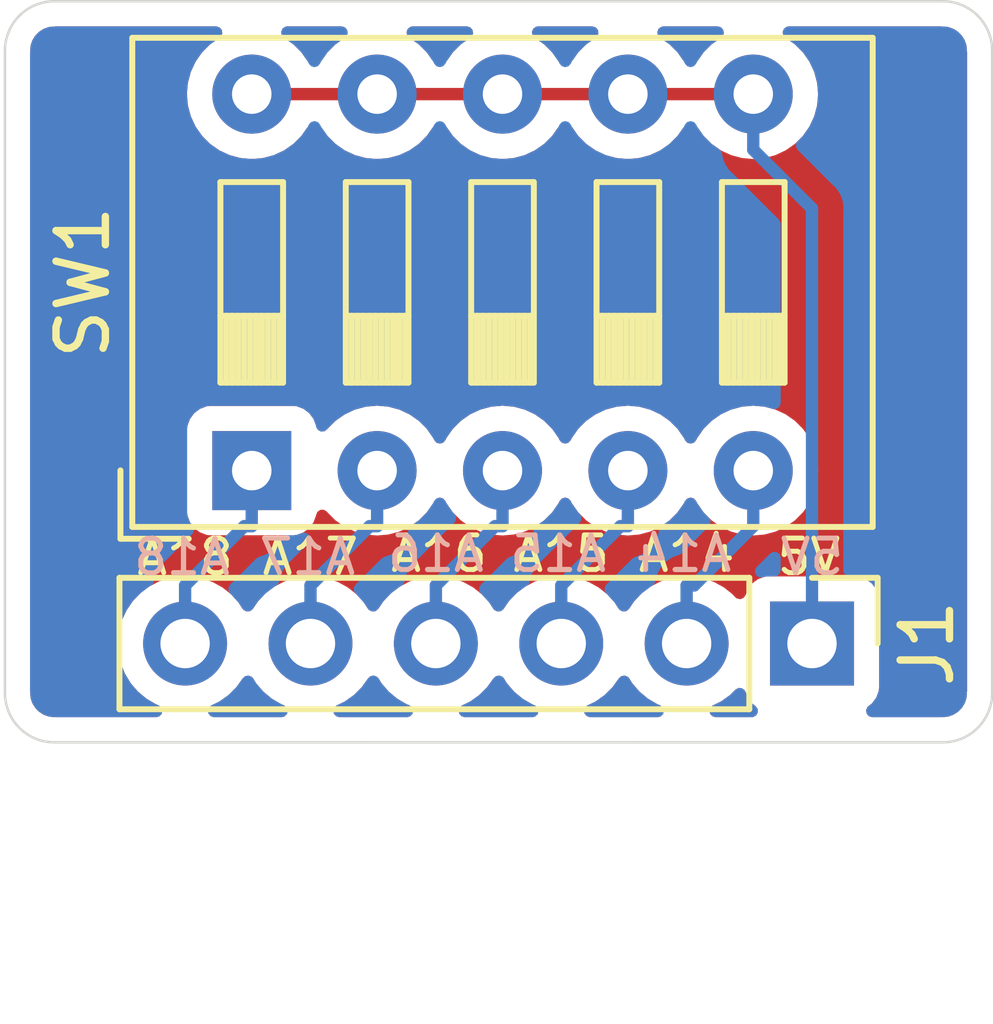
<source format=kicad_pcb>
(kicad_pcb (version 20211014) (generator pcbnew)
  (title_block (title "DIP switch plate") (date "2023-08-06"))
  (layers (0 "F.Cu" signal) (31 "B.Cu" signal) (34 "B.Paste" user) (35 "F.Paste" user) (36 "B.SilkS" user "B.Silkscreen") (37 "F.SilkS" user "F.Silkscreen") (38 "B.Mask" user) (39 "F.Mask" user) (44 "Edge.Cuts" user))
  (net 0 "")
  (net 1 "Net-(J1-Pad6)")
  (net 2 "Net-(J1-Pad5)")
  (net 3 "Net-(J1-Pad4)")
  (net 4 "Net-(J1-Pad3)")
  (net 5 "Net-(J1-Pad2)")
  (net 6 "VCC")
  (footprint "Connector_PinHeader_2.54mm:PinHeader_1x06_P2.54mm_Vertical" (layer "F.Cu") (at 35.376 30.99435 -90)
    (fp_text reference "J1" (at 0 -2.33 90) (layer "F.SilkS"))
    (fp_text value "Conn_01x06_Female")
    (fp_line (start -1.33 14.03) (end 1.33 14.03) (layer "F.SilkS") (width 0.12))
    (fp_line (start 1.33 1.27) (end 1.33 14.03) (layer "F.SilkS") (width 0.12))
    (fp_line (start -1.33 0) (end -1.33 -1.33) (layer "F.SilkS") (width 0.12))
    (fp_line (start -1.33 -1.33) (end 0 -1.33) (layer "F.SilkS") (width 0.12))
    (fp_line (start -1.33 1.27) (end -1.33 14.03) (layer "F.SilkS") (width 0.12))
    (fp_line (start -1.33 1.27) (end 1.33 1.27) (layer "F.SilkS") (width 0.12))
    (pad "1" thru_hole rect locked (at 0 0 270) (size 1.7 1.7) (drill 1) (layers *.Cu *.Mask) (net 6 "VCC"))
    (pad "2" thru_hole oval locked (at 0 2.54 270) (size 1.7 1.7) (drill 1) (layers *.Cu *.Mask) (net 5 "Net-(J1-Pad2)"))
    (pad "3" thru_hole oval locked (at 0 5.08 270) (size 1.7 1.7) (drill 1) (layers *.Cu *.Mask) (net 4 "Net-(J1-Pad3)"))
    (pad "4" thru_hole oval locked (at 0 7.62 270) (size 1.7 1.7) (drill 1) (layers *.Cu *.Mask) (net 3 "Net-(J1-Pad4)"))
    (pad "5" thru_hole oval locked (at 0 10.16 270) (size 1.7 1.7) (drill 1) (layers *.Cu *.Mask) (net 2 "Net-(J1-Pad5)"))
    (pad "6" thru_hole oval locked (at 0 12.7 270) (size 1.7 1.7) (drill 1) (layers *.Cu *.Mask) (net 1 "Net-(J1-Pad6)"))
  )
  (footprint "Button_Switch_THT:SW_DIP_SPSTx05_Slide_9.78x14.88mm_W7.62mm_P2.54mm" (layer "F.Cu") (at 24.026 27.49435 90)
    (fp_text reference "SW1" (at 3.81 -3.42 90) (layer "F.SilkS"))
    (fp_text value "SW_DIP_x05")
    (fp_line (start 1.78 9.885) (end 3.133333 9.885) (layer "F.SilkS") (width 0.12))
    (fp_line (start 1.78 6.985) (end 1.78 8.255) (layer "F.SilkS") (width 0.12))
    (fp_line (start -1.14 12.58) (end 8.76 12.58) (layer "F.SilkS") (width 0.12))
    (fp_line (start 1.78 2.385) (end 3.133333 2.385) (layer "F.SilkS") (width 0.12))
    (fp_line (start 1.78 7.225) (end 3.133333 7.225) (layer "F.SilkS") (width 0.12))
    (fp_line (start 1.78 10.005) (end 3.133333 10.005) (layer "F.SilkS") (width 0.12))
    (fp_line (start 1.78 0.635) (end 5.84 0.635) (layer "F.SilkS") (width 0.12))
    (fp_line (start 1.78 -0.155) (end 3.133333 -0.155) (layer "F.SilkS") (width 0.12))
    (fp_line (start 1.78 -0.515) (end 3.133333 -0.515) (layer "F.SilkS") (width 0.12))
    (fp_line (start 1.78 7.825) (end 3.133333 7.825) (layer "F.SilkS") (width 0.12))
    (fp_line (start -1.14 -2.42) (end -1.14 12.58) (layer "F.SilkS") (width 0.12))
    (fp_line (start 1.78 4.925) (end 3.133333 4.925) (layer "F.SilkS") (width 0.12))
    (fp_line (start 3.133333 1.905) (end 3.133333 3.175) (layer "F.SilkS") (width 0.12))
    (fp_line (start -1.38 -2.66) (end -1.38 -1.277) (layer "F.SilkS") (width 0.12))
    (fp_line (start 1.78 5.405) (end 3.133333 5.405) (layer "F.SilkS") (width 0.12))
    (fp_line (start 1.78 5.715) (end 5.84 5.715) (layer "F.SilkS") (width 0.12))
    (fp_line (start 1.78 10.485) (end 3.133333 10.485) (layer "F.SilkS") (width 0.12))
    (fp_line (start 1.78 2.985) (end 3.133333 2.985) (layer "F.SilkS") (width 0.12))
    (fp_line (start 5.84 -0.635) (end 1.78 -0.635) (layer "F.SilkS") (width 0.12))
    (fp_line (start 1.78 4.685) (end 3.133333 4.685) (layer "F.SilkS") (width 0.12))
    (fp_line (start 5.84 4.445) (end 1.78 4.445) (layer "F.SilkS") (width 0.12))
    (fp_line (start 1.78 7.105) (end 3.133333 7.105) (layer "F.SilkS") (width 0.12))
    (fp_line (start 1.78 5.525) (end 3.133333 5.525) (layer "F.SilkS") (width 0.12))
    (fp_line (start 1.78 5.645) (end 3.133333 5.645) (layer "F.SilkS") (width 0.12))
    (fp_line (start 1.78 7.705) (end 3.133333 7.705) (layer "F.SilkS") (width 0.12))
    (fp_line (start 1.78 0.085) (end 3.133333 0.085) (layer "F.SilkS") (width 0.12))
    (fp_line (start 1.78 4.565) (end 3.133333 4.565) (layer "F.SilkS") (width 0.12))
    (fp_line (start 1.78 9.765) (end 3.133333 9.765) (layer "F.SilkS") (width 0.12))
    (fp_line (start 8.76 -2.42) (end 8.76 12.58) (layer "F.SilkS") (width 0.12))
    (fp_line (start 1.78 10.125) (end 3.133333 10.125) (layer "F.SilkS") (width 0.12))
    (fp_line (start 1.78 10.605) (end 3.133333 10.605) (layer "F.SilkS") (width 0.12))
    (fp_line (start 1.78 1.905) (end 1.78 3.175) (layer "F.SilkS") (width 0.12))
    (fp_line (start 1.78 5.165) (end 3.133333 5.165) (layer "F.SilkS") (width 0.12))
    (fp_line (start 1.78 7.585) (end 3.133333 7.585) (layer "F.SilkS") (width 0.12))
    (fp_line (start 1.78 8.065) (end 3.133333 8.065) (layer "F.SilkS") (width 0.12))
    (fp_line (start 1.78 7.345) (end 3.133333 7.345) (layer "F.SilkS") (width 0.12))
    (fp_line (start 1.78 2.625) (end 3.133333 2.625) (layer "F.SilkS") (width 0.12))
    (fp_line (start 1.78 0.565) (end 3.133333 0.565) (layer "F.SilkS") (width 0.12))
    (fp_line (start 1.78 4.805) (end 3.133333 4.805) (layer "F.SilkS") (width 0.12))
    (fp_line (start 1.78 5.285) (end 3.133333 5.285) (layer "F.SilkS") (width 0.12))
    (fp_line (start 1.78 3.105) (end 3.133333 3.105) (layer "F.SilkS") (width 0.12))
    (fp_line (start 3.133333 6.985) (end 3.133333 8.255) (layer "F.SilkS") (width 0.12))
    (fp_line (start 1.78 2.145) (end 3.133333 2.145) (layer "F.SilkS") (width 0.12))
    (fp_line (start 1.78 10.245) (end 3.133333 10.245) (layer "F.SilkS") (width 0.12))
    (fp_line (start 1.78 2.745) (end 3.133333 2.745) (layer "F.SilkS") (width 0.12))
    (fp_line (start 1.78 4.445) (end 1.78 5.715) (layer "F.SilkS") (width 0.12))
    (fp_line (start 5.84 10.795) (end 5.84 9.525) (layer "F.SilkS") (width 0.12))
    (fp_line (start -1.38 -2.66) (end 0.004 -2.66) (layer "F.SilkS") (width 0.12))
    (fp_line (start 3.133333 4.445) (end 3.133333 5.715) (layer "F.SilkS") (width 0.12))
    (fp_line (start 1.78 2.025) (end 3.133333 2.025) (layer "F.SilkS") (width 0.12))
    (fp_line (start 1.78 7.465) (end 3.133333 7.465) (layer "F.SilkS") (width 0.12))
    (fp_line (start 1.78 -0.035) (end 3.133333 -0.035) (layer "F.SilkS") (width 0.12))
    (fp_line (start 5.84 8.255) (end 5.84 6.985) (layer "F.SilkS") (width 0.12))
    (fp_line (start 5.84 3.175) (end 5.84 1.905) (layer "F.SilkS") (width 0.12))
    (fp_line (start 3.133333 9.525) (end 3.133333 10.795) (layer "F.SilkS") (width 0.12))
    (fp_line (start 1.78 2.865) (end 3.133333 2.865) (layer "F.SilkS") (width 0.12))
    (fp_line (start -1.14 -2.42) (end 8.76 -2.42) (layer "F.SilkS") (width 0.12))
    (fp_line (start 1.78 0.205) (end 3.133333 0.205) (layer "F.SilkS") (width 0.12))
    (fp_line (start 1.78 9.525) (end 1.78 10.795) (layer "F.SilkS") (width 0.12))
    (fp_line (start 1.78 10.795) (end 5.84 10.795) (layer "F.SilkS") (width 0.12))
    (fp_line (start 5.84 6.985) (end 1.78 6.985) (layer "F.SilkS") (width 0.12))
    (fp_line (start 1.78 -0.635) (end 1.78 0.635) (layer "F.SilkS") (width 0.12))
    (fp_line (start 1.78 8.255) (end 5.84 8.255) (layer "F.SilkS") (width 0.12))
    (fp_line (start 1.78 -0.395) (end 3.133333 -0.395) (layer "F.SilkS") (width 0.12))
    (fp_line (start 1.78 10.365) (end 3.133333 10.365) (layer "F.SilkS") (width 0.12))
    (fp_line (start 1.78 8.185) (end 3.133333 8.185) (layer "F.SilkS") (width 0.12))
    (fp_line (start 1.78 7.945) (end 3.133333 7.945) (layer "F.SilkS") (width 0.12))
    (fp_line (start 1.78 2.505) (end 3.133333 2.505) (layer "F.SilkS") (width 0.12))
    (fp_line (start 3.133333 -0.635) (end 3.133333 0.635) (layer "F.SilkS") (width 0.12))
    (fp_line (start 1.78 2.265) (end 3.133333 2.265) (layer "F.SilkS") (width 0.12))
    (fp_line (start 5.84 5.715) (end 5.84 4.445) (layer "F.SilkS") (width 0.12))
    (fp_line (start 1.78 0.445) (end 3.133333 0.445) (layer "F.SilkS") (width 0.12))
    (fp_line (start 1.78 0.325) (end 3.133333 0.325) (layer "F.SilkS") (width 0.12))
    (fp_line (start 5.84 0.635) (end 5.84 -0.635) (layer "F.SilkS") (width 0.12))
    (fp_line (start 1.78 9.645) (end 3.133333 9.645) (layer "F.SilkS") (width 0.12))
    (fp_line (start 1.78 10.725) (end 3.133333 10.725) (layer "F.SilkS") (width 0.12))
    (fp_line (start 5.84 1.905) (end 1.78 1.905) (layer "F.SilkS") (width 0.12))
    (fp_line (start 1.78 3.175) (end 5.84 3.175) (layer "F.SilkS") (width 0.12))
    (fp_line (start 1.78 -0.275) (end 3.133333 -0.275) (layer "F.SilkS") (width 0.12))
    (fp_line (start 5.84 9.525) (end 1.78 9.525) (layer "F.SilkS") (width 0.12))
    (fp_line (start 1.78 5.045) (end 3.133333 5.045) (layer "F.SilkS") (width 0.12))
    (pad "1" thru_hole rect locked (at 0 0 90) (size 1.6 1.6) (drill 0.8) (layers *.Cu *.Mask) (net 1 "Net-(J1-Pad6)"))
    (pad "2" thru_hole oval locked (at 0 2.54 90) (size 1.6 1.6) (drill 0.8) (layers *.Cu *.Mask) (net 2 "Net-(J1-Pad5)"))
    (pad "3" thru_hole oval locked (at 0 5.08 90) (size 1.6 1.6) (drill 0.8) (layers *.Cu *.Mask) (net 3 "Net-(J1-Pad4)"))
    (pad "4" thru_hole oval locked (at 0 7.62 90) (size 1.6 1.6) (drill 0.8) (layers *.Cu *.Mask) (net 4 "Net-(J1-Pad3)"))
    (pad "5" thru_hole oval locked (at 0 10.16 90) (size 1.6 1.6) (drill 0.8) (layers *.Cu *.Mask) (net 5 "Net-(J1-Pad2)"))
    (pad "6" thru_hole oval locked (at 7.62 10.16 90) (size 1.6 1.6) (drill 0.8) (layers *.Cu *.Mask) (net 6 "VCC"))
    (pad "7" thru_hole oval locked (at 7.62 7.62 90) (size 1.6 1.6) (drill 0.8) (layers *.Cu *.Mask) (net 6 "VCC"))
    (pad "8" thru_hole oval locked (at 7.62 5.08 90) (size 1.6 1.6) (drill 0.8) (layers *.Cu *.Mask) (net 6 "VCC"))
    (pad "9" thru_hole oval locked (at 7.62 2.54 90) (size 1.6 1.6) (drill 0.8) (layers *.Cu *.Mask) (net 6 "VCC"))
    (pad "10" thru_hole oval locked (at 7.62 0 90) (size 1.6 1.6) (drill 0.8) (layers *.Cu *.Mask) (net 6 "VCC"))
  )
  (gr_arc (start 20.026 32.99435) (mid 19.318893 32.701457) (end 19.026 31.99435) (layer "Edge.Cuts") (width 0.05))
  (gr_line (start 38.026 17.99435) (end 20.026 17.99435) (layer "Edge.Cuts") (width 0.05))
  (gr_line (start 19.026 18.99435) (end 19.026 31.99435) (layer "Edge.Cuts") (width 0.05))
  (gr_line (start 31.776 32.99435) (end 38.026 32.99435) (layer "Edge.Cuts") (width 0.05))
  (gr_line (start 39.026 28.24435) (end 39.026 22.74435) (layer "Edge.Cuts") (width 0.05))
  (gr_line (start 26.276 32.99435) (end 31.776 32.99435) (layer "Edge.Cuts") (width 0.05))
  (gr_arc (start 19.026 18.99435) (mid 19.318893 18.287243) (end 20.026 17.99435) (layer "Edge.Cuts") (width 0.05))
  (gr_line (start 39.026 31.99435) (end 39.026 28.24435) (layer "Edge.Cuts") (width 0.05))
  (gr_arc (start 38.026 17.99435) (mid 38.733107 18.287243) (end 39.026 18.99435) (layer "Edge.Cuts") (width 0.05))
  (gr_line (start 39.026 18.99435) (end 39.026 22.74435) (layer "Edge.Cuts") (width 0.05))
  (gr_arc (start 39.026 31.99435) (mid 38.733107 32.701457) (end 38.026 32.99435) (layer "Edge.Cuts") (width 0.05))
  (gr_line (start 20.026 32.99435) (end 26.276 32.99435) (layer "Edge.Cuts") (width 0.05))
  (gr_text "A15" (at 30.2325 29.17735) (layer "B.SilkS") (effects (font (size 0.7 0.7) (thickness 0.1)) (justify mirror)))
  (gr_text "A14" (at 32.7725 29.17735) (layer "B.SilkS") (effects (font (size 0.7 0.7) (thickness 0.1)) (justify mirror)))
  (gr_text "A18" (at 22.6125 29.24435) (layer "B.SilkS") (effects (font (size 0.7 0.7) (thickness 0.1)) (justify mirror)))
  (gr_text "A17" (at 25.1525 29.24085) (layer "B.SilkS") (effects (font (size 0.7 0.7) (thickness 0.1)) (justify mirror)))
  (gr_text "5V" (at 35.376 29.24085) (layer "B.SilkS") (effects (font (size 0.7 0.7) (thickness 0.1)) (justify mirror)))
  (gr_text "A16" (at 27.756 29.17735) (layer "B.SilkS") (effects (font (size 0.7 0.7) (thickness 0.1)) (justify mirror)))
  (gr_text "A17" (at 25.216 29.24085) (layer "F.SilkS") (effects (font (size 0.7 0.7) (thickness 0.1))))
  (gr_text "A14" (at 32.836 29.17735) (layer "F.SilkS") (effects (font (size 0.7 0.7) (thickness 0.1))))
  (gr_text "5V" (at 35.3125 29.24085) (layer "F.SilkS") (effects (font (size 0.7 0.7) (thickness 0.1))))
  (gr_text "A18" (at 22.676 29.24085) (layer "F.SilkS") (effects (font (size 0.7 0.7) (thickness 0.1))))
  (gr_text "A15" (at 30.296 29.17735) (layer "F.SilkS") (effects (font (size 0.7 0.7) (thickness 0.1))))
  (gr_text "A16" (at 27.8195 29.17735) (layer "F.SilkS") (effects (font (size 0.7 0.7) (thickness 0.1))))
  (segment (start 22.676 29.81905) (end 23.8754 28.61965) (width 0.25) (layer "B.Cu") (net 1))
  (segment (start 24.026 27.49435) (end 24.026 28.61965) (width 0.25) (layer "B.Cu") (net 1))
  (segment (start 22.676 30.99435) (end 22.676 29.81905) (width 0.25) (layer "B.Cu") (net 1))
  (segment (start 23.8754 28.61965) (end 24.026 28.61965) (width 0.25) (layer "B.Cu") (net 1))
  (segment (start 26.4154 28.61965) (end 26.566 28.61965) (width 0.25) (layer "B.Cu") (net 2))
  (segment (start 25.216 29.81905) (end 26.4154 28.61965) (width 0.25) (layer "B.Cu") (net 2))
  (segment (start 26.566 27.49435) (end 26.566 28.61965) (width 0.25) (layer "B.Cu") (net 2))
  (segment (start 25.216 30.99435) (end 25.216 29.81905) (width 0.25) (layer "B.Cu") (net 2))
  (segment (start 29.106 27.49435) (end 29.106 28.61965) (width 0.25) (layer "B.Cu") (net 3))
  (segment (start 28.9554 28.61965) (end 29.106 28.61965) (width 0.25) (layer "B.Cu") (net 3))
  (segment (start 27.756 29.81905) (end 28.9554 28.61965) (width 0.25) (layer "B.Cu") (net 3))
  (segment (start 27.756 30.99435) (end 27.756 29.81905) (width 0.25) (layer "B.Cu") (net 3))
  (segment (start 30.296 30.99435) (end 30.296 29.81905) (width 0.25) (layer "B.Cu") (net 4))
  (segment (start 31.646 27.49435) (end 31.646 28.61965) (width 0.25) (layer "B.Cu") (net 4))
  (segment (start 31.4954 28.61965) (end 31.646 28.61965) (width 0.25) (layer "B.Cu") (net 4))
  (segment (start 30.296 29.81905) (end 31.4954 28.61965) (width 0.25) (layer "B.Cu") (net 4))
  (segment (start 32.836 29.81905) (end 32.9866 29.81905) (width 0.25) (layer "B.Cu") (net 5))
  (segment (start 32.836 30.99435) (end 32.836 29.81905) (width 0.25) (layer "B.Cu") (net 5))
  (segment (start 34.186 27.49435) (end 34.186 28.61965) (width 0.25) (layer "B.Cu") (net 5))
  (segment (start 32.9866 29.81905) (end 34.186 28.61965) (width 0.25) (layer "B.Cu") (net 5))
  (segment (start 26.566 19.87435) (end 24.026 19.87435) (width 0.25) (layer "F.Cu") (net 6))
  (segment (start 31.646 19.87435) (end 29.106 19.87435) (width 0.25) (layer "F.Cu") (net 6))
  (segment (start 34.186 19.87435) (end 31.646 19.87435) (width 0.25) (layer "F.Cu") (net 6))
  (segment (start 29.106 19.87435) (end 26.566 19.87435) (width 0.25) (layer "F.Cu") (net 6))
  (segment (start 34.186 19.87435) (end 34.186 20.99965) (width 0.25) (layer "B.Cu") (net 6))
  (segment (start 35.376 22.18965) (end 34.186 20.99965) (width 0.25) (layer "B.Cu") (net 6))
  (segment (start 35.376 30.99435) (end 35.376 22.18965) (width 0.25) (layer "B.Cu") (net 6))
  (zone (net 0) (net_name "") (layer "F.Cu") (connect_pads (clearance 0.508)) (min_thickness 0.254) (fill yes (thermal_gap 0.508) (thermal_bridge_width 0.508))
    (polygon (pts (xy 39.026 32.99435) (xy 19.026 32.99435) (xy 19.026 17.99435) (xy 39.026 17.99435)))
  )
  (zone (net 0) (net_name "") (layer "B.Cu") (connect_pads (clearance 0.508)) (min_thickness 0.254) (fill yes (thermal_gap 0.508) (thermal_bridge_width 0.508))
    (polygon (pts (xy 39.026 32.99435) (xy 18.926 32.99435) (xy 18.926 17.99435) (xy 39.026 17.99435)))
  )
)
</source>
